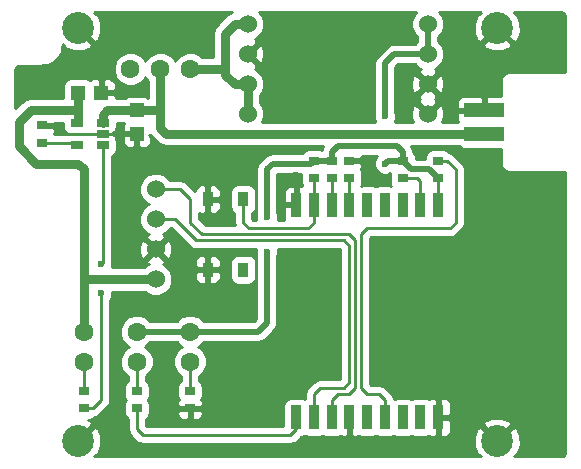
<source format=gtl>
G04 #@! TF.FileFunction,Copper,L1,Top,Signal*
%FSLAX46Y46*%
G04 Gerber Fmt 4.6, Leading zero omitted, Abs format (unit mm)*
G04 Created by KiCad (PCBNEW (2015-10-11 BZR 6260)-product) date 2015年11月29日日曜日 02:22:40*
%MOMM*%
G01*
G04 APERTURE LIST*
%ADD10C,0.100000*%
%ADD11R,1.150000X1.150000*%
%ADD12R,0.900000X0.650000*%
%ADD13C,1.600000*%
%ADD14C,1.524000*%
%ADD15R,1.060000X0.650000*%
%ADD16R,0.900000X2.000000*%
%ADD17R,0.900000X1.250000*%
%ADD18R,3.400000X1.200000*%
%ADD19C,2.700000*%
%ADD20C,0.600000*%
%ADD21C,0.800000*%
%ADD22C,0.250000*%
%ADD23C,0.400000*%
%ADD24C,0.500000*%
%ADD25C,0.254000*%
G04 APERTURE END LIST*
D10*
D11*
X128000000Y-93500000D03*
X130000000Y-93500000D03*
X133000000Y-95000000D03*
X133000000Y-97000000D03*
D12*
X155500000Y-99275000D03*
X155500000Y-100725000D03*
X158500000Y-100725000D03*
X158500000Y-99275000D03*
X149500000Y-99275000D03*
X149500000Y-100725000D03*
X151000000Y-100725000D03*
X151000000Y-99275000D03*
X148000000Y-99275000D03*
X148000000Y-100725000D03*
X128500000Y-118775000D03*
X128500000Y-120225000D03*
X137500000Y-118775000D03*
X137500000Y-120225000D03*
X133000000Y-118775000D03*
X133000000Y-120225000D03*
D13*
X132460000Y-91500000D03*
X135000000Y-91500000D03*
X137540000Y-91500000D03*
D14*
X134600000Y-109310000D03*
X134600000Y-106770000D03*
X134600000Y-104230000D03*
X134600000Y-101690000D03*
D15*
X130100000Y-97950000D03*
X130100000Y-97000000D03*
X130100000Y-96050000D03*
X127900000Y-96050000D03*
X127900000Y-97950000D03*
D16*
X158500000Y-103000000D03*
X157000000Y-103000000D03*
X155500000Y-103000000D03*
X154000000Y-103000000D03*
X152500000Y-103000000D03*
X151000000Y-103000000D03*
X149500000Y-103000000D03*
X148000000Y-103000000D03*
X146500000Y-103000000D03*
X146500000Y-121000000D03*
X148000000Y-121000000D03*
X149500000Y-121000000D03*
X151000000Y-121000000D03*
X152500000Y-121000000D03*
X154000000Y-121000000D03*
X155500000Y-121000000D03*
X157000000Y-121000000D03*
X158500000Y-121000000D03*
D14*
X142380000Y-87690000D03*
X142380000Y-90230000D03*
X142380000Y-92770000D03*
X142380000Y-95310000D03*
X157620000Y-95310000D03*
X157620000Y-92770000D03*
X157620000Y-90230000D03*
X157620000Y-87690000D03*
D12*
X125000000Y-96275000D03*
X125000000Y-97725000D03*
D13*
X133000000Y-116270000D03*
X133000000Y-113730000D03*
X137500000Y-116270000D03*
X137500000Y-113730000D03*
X128500000Y-116270000D03*
X128500000Y-113730000D03*
D17*
X142000000Y-102525000D03*
X142000000Y-108475000D03*
X139000000Y-102525000D03*
X139000000Y-108475000D03*
D18*
X162400000Y-95000000D03*
X162400000Y-97000000D03*
D19*
X128000000Y-88000000D03*
X163500000Y-88000000D03*
X163500000Y-123000000D03*
X128000000Y-123000000D03*
D20*
X146500000Y-100500000D03*
X137500000Y-121500000D03*
X151000000Y-123500000D03*
X152500000Y-99500000D03*
X154000000Y-99500000D03*
X154000000Y-95500000D03*
X144000000Y-104000000D03*
X144000000Y-107000000D03*
X130000000Y-110500000D03*
X130000000Y-108000000D03*
D21*
X128000000Y-95000000D02*
X124000000Y-95000000D01*
X128500000Y-100000000D02*
X128500000Y-109310000D01*
X128000000Y-99500000D02*
X128500000Y-100000000D01*
X124500000Y-99500000D02*
X128000000Y-99500000D01*
X123000000Y-98000000D02*
X124500000Y-99500000D01*
X123000000Y-96000000D02*
X123000000Y-98000000D01*
X124000000Y-95000000D02*
X123000000Y-96000000D01*
X128500000Y-113730000D02*
X128500000Y-109310000D01*
X128500000Y-109310000D02*
X128500000Y-109500000D01*
X128500000Y-109500000D02*
X128500000Y-109310000D01*
X134600000Y-109310000D02*
X128500000Y-109310000D01*
X128000000Y-93500000D02*
X128000000Y-95000000D01*
X128000000Y-95000000D02*
X128000000Y-95950000D01*
D22*
X128000000Y-95950000D02*
X127900000Y-96050000D01*
X130100000Y-97000000D02*
X133000000Y-97000000D01*
X125000000Y-96275000D02*
X125775000Y-96275000D01*
X126500000Y-97000000D02*
X130100000Y-97000000D01*
X125775000Y-96275000D02*
X126500000Y-97000000D01*
D23*
X146500000Y-103000000D02*
X146500000Y-100500000D01*
D22*
X137500000Y-120225000D02*
X137500000Y-121500000D01*
D23*
X151000000Y-121000000D02*
X151000000Y-123500000D01*
D24*
X151000000Y-99275000D02*
X152275000Y-99275000D01*
X152275000Y-99275000D02*
X152500000Y-99500000D01*
D21*
X162400000Y-97000000D02*
X135500000Y-97000000D01*
X135000000Y-96500000D02*
X135000000Y-95000000D01*
X135500000Y-97000000D02*
X135000000Y-96500000D01*
X133000000Y-95000000D02*
X135000000Y-95000000D01*
X130100000Y-96050000D02*
X130100000Y-95400000D01*
X130500000Y-95000000D02*
X133000000Y-95000000D01*
X130100000Y-95400000D02*
X130500000Y-95000000D01*
X135000000Y-91500000D02*
X135000000Y-95000000D01*
D22*
X128500000Y-118775000D02*
X128500000Y-116270000D01*
X137500000Y-118775000D02*
X137500000Y-116270000D01*
D24*
X157620000Y-90230000D02*
X154770000Y-90230000D01*
X154225000Y-99275000D02*
X155500000Y-99275000D01*
X154000000Y-99500000D02*
X154225000Y-99275000D01*
X154000000Y-91000000D02*
X154000000Y-95500000D01*
X154770000Y-90230000D02*
X154000000Y-91000000D01*
X149500000Y-99275000D02*
X149500000Y-98500000D01*
X149500000Y-98500000D02*
X150000000Y-98000000D01*
X150000000Y-98000000D02*
X155000000Y-98000000D01*
X155000000Y-98000000D02*
X155500000Y-98500000D01*
X155500000Y-98500000D02*
X155500000Y-99275000D01*
X137500000Y-113730000D02*
X143270000Y-113730000D01*
X144500000Y-99500000D02*
X147775000Y-99500000D01*
X144000000Y-100000000D02*
X144500000Y-99500000D01*
X144000000Y-104000000D02*
X144000000Y-100000000D01*
X144000000Y-113000000D02*
X144000000Y-107000000D01*
X143270000Y-113730000D02*
X144000000Y-113000000D01*
X147775000Y-99500000D02*
X148000000Y-99275000D01*
X157620000Y-90230000D02*
X157620000Y-87690000D01*
X155500000Y-99275000D02*
X156225000Y-100000000D01*
X156225000Y-100000000D02*
X157775000Y-100000000D01*
X157775000Y-100000000D02*
X158500000Y-100725000D01*
X148000000Y-99275000D02*
X149500000Y-99275000D01*
D22*
X158500000Y-100725000D02*
X158500000Y-103000000D01*
D24*
X133000000Y-113730000D02*
X137500000Y-113730000D01*
D22*
X133000000Y-118775000D02*
X133000000Y-116270000D01*
X125000000Y-97725000D02*
X127675000Y-97725000D01*
X127675000Y-97725000D02*
X127900000Y-97950000D01*
X155500000Y-100725000D02*
X156725000Y-100725000D01*
X157000000Y-101000000D02*
X157000000Y-103000000D01*
X156725000Y-100725000D02*
X157000000Y-101000000D01*
X158500000Y-99275000D02*
X159275000Y-99275000D01*
X154000000Y-119500000D02*
X154000000Y-121000000D01*
X153500000Y-119000000D02*
X154000000Y-119500000D01*
X152500000Y-119000000D02*
X153500000Y-119000000D01*
X152000000Y-118500000D02*
X152500000Y-119000000D01*
X152000000Y-105500000D02*
X152000000Y-118500000D01*
X152500000Y-105000000D02*
X152000000Y-105500000D01*
X159500000Y-105000000D02*
X152500000Y-105000000D01*
X160000000Y-104500000D02*
X159500000Y-105000000D01*
X160000000Y-100000000D02*
X160000000Y-104500000D01*
X159275000Y-99275000D02*
X160000000Y-100000000D01*
X158500000Y-99275000D02*
X158775000Y-99275000D01*
X149500000Y-100725000D02*
X149500000Y-103000000D01*
X151000000Y-100725000D02*
X151000000Y-103000000D01*
X148000000Y-103000000D02*
X148000000Y-104500000D01*
X142000000Y-104500000D02*
X142000000Y-102525000D01*
X142500000Y-105000000D02*
X142000000Y-104500000D01*
X147500000Y-105000000D02*
X142500000Y-105000000D01*
X148000000Y-104500000D02*
X147500000Y-105000000D01*
X148000000Y-100725000D02*
X148000000Y-102500000D01*
X130100000Y-97950000D02*
X130100000Y-107900000D01*
X129275000Y-120225000D02*
X128500000Y-120225000D01*
X130000000Y-119500000D02*
X129275000Y-120225000D01*
X130000000Y-110500000D02*
X130000000Y-119500000D01*
X130100000Y-107900000D02*
X130000000Y-108000000D01*
X133000000Y-120225000D02*
X133000000Y-122000000D01*
X146000000Y-122500000D02*
X146500000Y-122000000D01*
X133500000Y-122500000D02*
X146000000Y-122500000D01*
X133000000Y-122000000D02*
X133500000Y-122500000D01*
X146500000Y-122000000D02*
X146500000Y-121000000D01*
D21*
X142380000Y-92770000D02*
X141270000Y-92770000D01*
X140500000Y-92000000D02*
X140500000Y-91500000D01*
X141270000Y-92770000D02*
X140500000Y-92000000D01*
X140500000Y-91500000D02*
X140500000Y-88500000D01*
X140500000Y-88500000D02*
X141310000Y-87690000D01*
X141310000Y-87690000D02*
X142380000Y-87690000D01*
X137540000Y-91500000D02*
X140500000Y-91500000D01*
X142380000Y-92770000D02*
X142380000Y-95310000D01*
D22*
X134600000Y-104230000D02*
X136230000Y-104230000D01*
X148000000Y-119000000D02*
X148000000Y-121000000D01*
X148500000Y-118500000D02*
X148000000Y-119000000D01*
X150500000Y-118500000D02*
X148500000Y-118500000D01*
X151000000Y-118000000D02*
X150500000Y-118500000D01*
X151000000Y-106500000D02*
X151000000Y-118000000D01*
X150500000Y-106000000D02*
X151000000Y-106500000D01*
X138000000Y-106000000D02*
X150500000Y-106000000D01*
X136230000Y-104230000D02*
X138000000Y-106000000D01*
X134600000Y-104230000D02*
X134600000Y-104600000D01*
X134600000Y-104230000D02*
X134730000Y-104230000D01*
X134600000Y-101690000D02*
X136690000Y-101690000D01*
X149500000Y-119500000D02*
X149500000Y-121000000D01*
X150000000Y-119000000D02*
X149500000Y-119500000D01*
X151000000Y-119000000D02*
X150000000Y-119000000D01*
X151500000Y-118500000D02*
X151000000Y-119000000D01*
X151500000Y-106000000D02*
X151500000Y-118500000D01*
X151000000Y-105500000D02*
X151500000Y-106000000D01*
X138500000Y-105500000D02*
X151000000Y-105500000D01*
X137500000Y-104500000D02*
X138500000Y-105500000D01*
X137500000Y-102500000D02*
X137500000Y-104500000D01*
X136690000Y-101690000D02*
X137500000Y-102500000D01*
X134600000Y-101690000D02*
X134690000Y-101690000D01*
D25*
G36*
X131886673Y-96065302D02*
X131790000Y-96298691D01*
X131790000Y-96714250D01*
X131948750Y-96873000D01*
X132873000Y-96873000D01*
X132873000Y-96853000D01*
X133127000Y-96853000D01*
X133127000Y-96873000D01*
X133147000Y-96873000D01*
X133147000Y-97127000D01*
X133127000Y-97127000D01*
X133127000Y-98051250D01*
X133285750Y-98210000D01*
X133701310Y-98210000D01*
X133934699Y-98113327D01*
X134113327Y-97934698D01*
X134210000Y-97701309D01*
X134210000Y-97285750D01*
X134051252Y-97127002D01*
X134198083Y-97127002D01*
X134268144Y-97231856D01*
X134768142Y-97731853D01*
X134768144Y-97731856D01*
X134981193Y-97874210D01*
X135103923Y-97956215D01*
X135500000Y-98035001D01*
X135500005Y-98035000D01*
X148766774Y-98035000D01*
X148682367Y-98161325D01*
X148682367Y-98161326D01*
X148646363Y-98342325D01*
X148450000Y-98302560D01*
X147550000Y-98302560D01*
X147314683Y-98346838D01*
X147098559Y-98485910D01*
X147010356Y-98615000D01*
X144500005Y-98615000D01*
X144500000Y-98614999D01*
X144217516Y-98671190D01*
X144161325Y-98682367D01*
X143874210Y-98874210D01*
X143874208Y-98874213D01*
X143374210Y-99374210D01*
X143182367Y-99661325D01*
X143182367Y-99661326D01*
X143114999Y-100000000D01*
X143115000Y-100000005D01*
X143115000Y-103693178D01*
X143065162Y-103813201D01*
X143064838Y-104185167D01*
X143087494Y-104240000D01*
X142814802Y-104240000D01*
X142760000Y-104185198D01*
X142760000Y-103705105D01*
X142901441Y-103614090D01*
X143046431Y-103401890D01*
X143097440Y-103150000D01*
X143097440Y-101900000D01*
X143053162Y-101664683D01*
X142914090Y-101448559D01*
X142701890Y-101303569D01*
X142450000Y-101252560D01*
X141550000Y-101252560D01*
X141314683Y-101296838D01*
X141098559Y-101435910D01*
X140953569Y-101648110D01*
X140902560Y-101900000D01*
X140902560Y-103150000D01*
X140946838Y-103385317D01*
X141085910Y-103601441D01*
X141240000Y-103706726D01*
X141240000Y-104500000D01*
X141287739Y-104740000D01*
X138814802Y-104740000D01*
X138260000Y-104185198D01*
X138260000Y-103717197D01*
X138423690Y-103785000D01*
X138714250Y-103785000D01*
X138873000Y-103626250D01*
X138873000Y-102652000D01*
X139127000Y-102652000D01*
X139127000Y-103626250D01*
X139285750Y-103785000D01*
X139576310Y-103785000D01*
X139809699Y-103688327D01*
X139988327Y-103509698D01*
X140085000Y-103276309D01*
X140085000Y-102810750D01*
X139926250Y-102652000D01*
X139127000Y-102652000D01*
X138873000Y-102652000D01*
X138853000Y-102652000D01*
X138853000Y-102398000D01*
X138873000Y-102398000D01*
X138873000Y-101423750D01*
X139127000Y-101423750D01*
X139127000Y-102398000D01*
X139926250Y-102398000D01*
X140085000Y-102239250D01*
X140085000Y-101773691D01*
X139988327Y-101540302D01*
X139809699Y-101361673D01*
X139576310Y-101265000D01*
X139285750Y-101265000D01*
X139127000Y-101423750D01*
X138873000Y-101423750D01*
X138714250Y-101265000D01*
X138423690Y-101265000D01*
X138190301Y-101361673D01*
X138011673Y-101540302D01*
X137915000Y-101773691D01*
X137915000Y-101840198D01*
X137227401Y-101152599D01*
X136980839Y-100987852D01*
X136690000Y-100930000D01*
X135797531Y-100930000D01*
X135785010Y-100899697D01*
X135392370Y-100506371D01*
X134879100Y-100293243D01*
X134323339Y-100292758D01*
X133809697Y-100504990D01*
X133416371Y-100897630D01*
X133203243Y-101410900D01*
X133202758Y-101966661D01*
X133414990Y-102480303D01*
X133807630Y-102873629D01*
X134015512Y-102959949D01*
X133809697Y-103044990D01*
X133416371Y-103437630D01*
X133203243Y-103950900D01*
X133202758Y-104506661D01*
X133414990Y-105020303D01*
X133807630Y-105413629D01*
X133999727Y-105493395D01*
X133868857Y-105547603D01*
X133799392Y-105789787D01*
X134600000Y-106590395D01*
X135400608Y-105789787D01*
X135331143Y-105547603D01*
X135190682Y-105497491D01*
X135390303Y-105415010D01*
X135783629Y-105022370D01*
X135797070Y-104990000D01*
X135915198Y-104990000D01*
X137462599Y-106537401D01*
X137709161Y-106702148D01*
X138000000Y-106760000D01*
X143087253Y-106760000D01*
X143065162Y-106813201D01*
X143064838Y-107185167D01*
X143115000Y-107306569D01*
X143115000Y-112633421D01*
X142903420Y-112845000D01*
X138644171Y-112845000D01*
X138313923Y-112514176D01*
X137786691Y-112295250D01*
X137215813Y-112294752D01*
X136688200Y-112512757D01*
X136355377Y-112845000D01*
X134144171Y-112845000D01*
X133813923Y-112514176D01*
X133286691Y-112295250D01*
X132715813Y-112294752D01*
X132188200Y-112512757D01*
X131784176Y-112916077D01*
X131565250Y-113443309D01*
X131564752Y-114014187D01*
X131782757Y-114541800D01*
X132186077Y-114945824D01*
X132316215Y-114999862D01*
X132188200Y-115052757D01*
X131784176Y-115456077D01*
X131565250Y-115983309D01*
X131564752Y-116554187D01*
X131782757Y-117081800D01*
X132186077Y-117485824D01*
X132240000Y-117508215D01*
X132240000Y-117894895D01*
X132098559Y-117985910D01*
X131953569Y-118198110D01*
X131902560Y-118450000D01*
X131902560Y-119100000D01*
X131946838Y-119335317D01*
X132053759Y-119501477D01*
X131953569Y-119648110D01*
X131902560Y-119900000D01*
X131902560Y-120550000D01*
X131946838Y-120785317D01*
X132085910Y-121001441D01*
X132240000Y-121106726D01*
X132240000Y-122000000D01*
X132297852Y-122290839D01*
X132462599Y-122537401D01*
X132962599Y-123037401D01*
X133209161Y-123202148D01*
X133500000Y-123260000D01*
X146000000Y-123260000D01*
X146290839Y-123202148D01*
X146537401Y-123037401D01*
X146927362Y-122647440D01*
X146950000Y-122647440D01*
X147185317Y-122603162D01*
X147248478Y-122562519D01*
X147298110Y-122596431D01*
X147550000Y-122647440D01*
X148450000Y-122647440D01*
X148685317Y-122603162D01*
X148748478Y-122562519D01*
X148798110Y-122596431D01*
X149050000Y-122647440D01*
X149950000Y-122647440D01*
X150185317Y-122603162D01*
X150248567Y-122562462D01*
X150423690Y-122635000D01*
X150714250Y-122635000D01*
X150873000Y-122476250D01*
X150873000Y-121127000D01*
X150853000Y-121127000D01*
X150853000Y-120873000D01*
X150873000Y-120873000D01*
X150873000Y-120853000D01*
X151127000Y-120853000D01*
X151127000Y-120873000D01*
X151147000Y-120873000D01*
X151147000Y-121127000D01*
X151127000Y-121127000D01*
X151127000Y-122476250D01*
X151285750Y-122635000D01*
X151576310Y-122635000D01*
X151749541Y-122563245D01*
X151798110Y-122596431D01*
X152050000Y-122647440D01*
X152950000Y-122647440D01*
X153185317Y-122603162D01*
X153248478Y-122562519D01*
X153298110Y-122596431D01*
X153550000Y-122647440D01*
X154450000Y-122647440D01*
X154685317Y-122603162D01*
X154748478Y-122562519D01*
X154798110Y-122596431D01*
X155050000Y-122647440D01*
X155950000Y-122647440D01*
X156185317Y-122603162D01*
X156248478Y-122562519D01*
X156298110Y-122596431D01*
X156550000Y-122647440D01*
X157450000Y-122647440D01*
X157685317Y-122603162D01*
X157748567Y-122562462D01*
X157923690Y-122635000D01*
X158214250Y-122635000D01*
X158373000Y-122476250D01*
X158373000Y-121127000D01*
X158627000Y-121127000D01*
X158627000Y-122476250D01*
X158785750Y-122635000D01*
X159076310Y-122635000D01*
X159309699Y-122538327D01*
X159488327Y-122359698D01*
X159585000Y-122126309D01*
X159585000Y-121594407D01*
X162274012Y-121594407D01*
X163500000Y-122820395D01*
X164725988Y-121594407D01*
X164584522Y-121291218D01*
X163848045Y-121006263D01*
X163058582Y-121024836D01*
X162415478Y-121291218D01*
X162274012Y-121594407D01*
X159585000Y-121594407D01*
X159585000Y-121285750D01*
X159426250Y-121127000D01*
X158627000Y-121127000D01*
X158373000Y-121127000D01*
X158353000Y-121127000D01*
X158353000Y-120873000D01*
X158373000Y-120873000D01*
X158373000Y-119523750D01*
X158627000Y-119523750D01*
X158627000Y-120873000D01*
X159426250Y-120873000D01*
X159585000Y-120714250D01*
X159585000Y-119873691D01*
X159488327Y-119640302D01*
X159309699Y-119461673D01*
X159076310Y-119365000D01*
X158785750Y-119365000D01*
X158627000Y-119523750D01*
X158373000Y-119523750D01*
X158214250Y-119365000D01*
X157923690Y-119365000D01*
X157750459Y-119436755D01*
X157701890Y-119403569D01*
X157450000Y-119352560D01*
X156550000Y-119352560D01*
X156314683Y-119396838D01*
X156251522Y-119437481D01*
X156201890Y-119403569D01*
X155950000Y-119352560D01*
X155050000Y-119352560D01*
X154814683Y-119396838D01*
X154751522Y-119437481D01*
X154746942Y-119434351D01*
X154702148Y-119209161D01*
X154537401Y-118962599D01*
X154037401Y-118462599D01*
X153790839Y-118297852D01*
X153500000Y-118240000D01*
X152814802Y-118240000D01*
X152760000Y-118185198D01*
X152760000Y-105814802D01*
X152814802Y-105760000D01*
X159500000Y-105760000D01*
X159790839Y-105702148D01*
X160037401Y-105537401D01*
X160537401Y-105037401D01*
X160702148Y-104790839D01*
X160760000Y-104500000D01*
X160760000Y-100000000D01*
X160702148Y-99709161D01*
X160537401Y-99462599D01*
X159812401Y-98737599D01*
X159565839Y-98572852D01*
X159446639Y-98549141D01*
X159414090Y-98498559D01*
X159201890Y-98353569D01*
X158950000Y-98302560D01*
X158050000Y-98302560D01*
X157814683Y-98346838D01*
X157598559Y-98485910D01*
X157453569Y-98698110D01*
X157402560Y-98950000D01*
X157402560Y-99115000D01*
X156597440Y-99115000D01*
X156597440Y-98950000D01*
X156553162Y-98714683D01*
X156414090Y-98498559D01*
X156380094Y-98475330D01*
X156317633Y-98161326D01*
X156317633Y-98161325D01*
X156233226Y-98035000D01*
X160225331Y-98035000D01*
X160235910Y-98051441D01*
X160448110Y-98196431D01*
X160700000Y-98247440D01*
X163790000Y-98247440D01*
X163790000Y-99500000D01*
X163844046Y-99771705D01*
X163997954Y-100002046D01*
X164228295Y-100155954D01*
X164500000Y-100210000D01*
X169290000Y-100210000D01*
X169290000Y-123930070D01*
X169255074Y-124105655D01*
X169195225Y-124195226D01*
X169105655Y-124255074D01*
X168930070Y-124290000D01*
X164969608Y-124290000D01*
X164905595Y-124225987D01*
X165208782Y-124084522D01*
X165493737Y-123348045D01*
X165475164Y-122558582D01*
X165208782Y-121915478D01*
X164905593Y-121774012D01*
X163679605Y-123000000D01*
X163693748Y-123014143D01*
X163514143Y-123193748D01*
X163500000Y-123179605D01*
X163485858Y-123193748D01*
X163306253Y-123014143D01*
X163320395Y-123000000D01*
X162094407Y-121774012D01*
X161791218Y-121915478D01*
X161506263Y-122651955D01*
X161524836Y-123441418D01*
X161791218Y-124084522D01*
X162094405Y-124225987D01*
X162030392Y-124290000D01*
X129469608Y-124290000D01*
X129405595Y-124225987D01*
X129708782Y-124084522D01*
X129993737Y-123348045D01*
X129975164Y-122558582D01*
X129708782Y-121915478D01*
X129405593Y-121774012D01*
X128179605Y-123000000D01*
X128193748Y-123014143D01*
X128014143Y-123193748D01*
X128000000Y-123179605D01*
X127985858Y-123193748D01*
X127806253Y-123014143D01*
X127820395Y-123000000D01*
X127806253Y-122985858D01*
X127985858Y-122806253D01*
X128000000Y-122820395D01*
X129225988Y-121594407D01*
X129084522Y-121291218D01*
X128842149Y-121197440D01*
X128950000Y-121197440D01*
X129185317Y-121153162D01*
X129401441Y-121014090D01*
X129444332Y-120951318D01*
X129565839Y-120927148D01*
X129812401Y-120762401D01*
X130537401Y-120037401D01*
X130702148Y-119790839D01*
X130760000Y-119500000D01*
X130760000Y-111062463D01*
X130792192Y-111030327D01*
X130934838Y-110686799D01*
X130935136Y-110345000D01*
X133659260Y-110345000D01*
X133807630Y-110493629D01*
X134320900Y-110706757D01*
X134876661Y-110707242D01*
X135390303Y-110495010D01*
X135783629Y-110102370D01*
X135996757Y-109589100D01*
X135997242Y-109033339D01*
X135884611Y-108760750D01*
X137915000Y-108760750D01*
X137915000Y-109226309D01*
X138011673Y-109459698D01*
X138190301Y-109638327D01*
X138423690Y-109735000D01*
X138714250Y-109735000D01*
X138873000Y-109576250D01*
X138873000Y-108602000D01*
X139127000Y-108602000D01*
X139127000Y-109576250D01*
X139285750Y-109735000D01*
X139576310Y-109735000D01*
X139809699Y-109638327D01*
X139988327Y-109459698D01*
X140085000Y-109226309D01*
X140085000Y-108760750D01*
X139926250Y-108602000D01*
X139127000Y-108602000D01*
X138873000Y-108602000D01*
X138073750Y-108602000D01*
X137915000Y-108760750D01*
X135884611Y-108760750D01*
X135785010Y-108519697D01*
X135392370Y-108126371D01*
X135200273Y-108046605D01*
X135331143Y-107992397D01*
X135400608Y-107750213D01*
X135374086Y-107723691D01*
X137915000Y-107723691D01*
X137915000Y-108189250D01*
X138073750Y-108348000D01*
X138873000Y-108348000D01*
X138873000Y-107373750D01*
X139127000Y-107373750D01*
X139127000Y-108348000D01*
X139926250Y-108348000D01*
X140085000Y-108189250D01*
X140085000Y-107850000D01*
X140902560Y-107850000D01*
X140902560Y-109100000D01*
X140946838Y-109335317D01*
X141085910Y-109551441D01*
X141298110Y-109696431D01*
X141550000Y-109747440D01*
X142450000Y-109747440D01*
X142685317Y-109703162D01*
X142901441Y-109564090D01*
X143046431Y-109351890D01*
X143097440Y-109100000D01*
X143097440Y-107850000D01*
X143053162Y-107614683D01*
X142914090Y-107398559D01*
X142701890Y-107253569D01*
X142450000Y-107202560D01*
X141550000Y-107202560D01*
X141314683Y-107246838D01*
X141098559Y-107385910D01*
X140953569Y-107598110D01*
X140902560Y-107850000D01*
X140085000Y-107850000D01*
X140085000Y-107723691D01*
X139988327Y-107490302D01*
X139809699Y-107311673D01*
X139576310Y-107215000D01*
X139285750Y-107215000D01*
X139127000Y-107373750D01*
X138873000Y-107373750D01*
X138714250Y-107215000D01*
X138423690Y-107215000D01*
X138190301Y-107311673D01*
X138011673Y-107490302D01*
X137915000Y-107723691D01*
X135374086Y-107723691D01*
X134600000Y-106949605D01*
X133799392Y-107750213D01*
X133868857Y-107992397D01*
X134009318Y-108042509D01*
X133809697Y-108124990D01*
X133659425Y-108275000D01*
X130898214Y-108275000D01*
X130934838Y-108186799D01*
X130935162Y-107814833D01*
X130860000Y-107632927D01*
X130860000Y-106562302D01*
X133190856Y-106562302D01*
X133218638Y-107117368D01*
X133377603Y-107501143D01*
X133619787Y-107570608D01*
X134420395Y-106770000D01*
X134779605Y-106770000D01*
X135580213Y-107570608D01*
X135822397Y-107501143D01*
X136009144Y-106977698D01*
X135981362Y-106422632D01*
X135822397Y-106038857D01*
X135580213Y-105969392D01*
X134779605Y-106770000D01*
X134420395Y-106770000D01*
X133619787Y-105969392D01*
X133377603Y-106038857D01*
X133190856Y-106562302D01*
X130860000Y-106562302D01*
X130860000Y-98879162D01*
X130865317Y-98878162D01*
X131081441Y-98739090D01*
X131226431Y-98526890D01*
X131277440Y-98275000D01*
X131277440Y-97625000D01*
X131251081Y-97484914D01*
X131265000Y-97451310D01*
X131265000Y-97285750D01*
X131790000Y-97285750D01*
X131790000Y-97701309D01*
X131886673Y-97934698D01*
X132065301Y-98113327D01*
X132298690Y-98210000D01*
X132714250Y-98210000D01*
X132873000Y-98051250D01*
X132873000Y-97127000D01*
X131948750Y-97127000D01*
X131790000Y-97285750D01*
X131265000Y-97285750D01*
X131106250Y-97127000D01*
X131025949Y-97127000D01*
X130881890Y-97028569D01*
X130744880Y-97000824D01*
X130865317Y-96978162D01*
X131028743Y-96873000D01*
X131106250Y-96873000D01*
X131265000Y-96714250D01*
X131265000Y-96548690D01*
X131249732Y-96511829D01*
X131277440Y-96375000D01*
X131277440Y-96035000D01*
X131916975Y-96035000D01*
X131886673Y-96065302D01*
X131886673Y-96065302D01*
G37*
X131886673Y-96065302D02*
X131790000Y-96298691D01*
X131790000Y-96714250D01*
X131948750Y-96873000D01*
X132873000Y-96873000D01*
X132873000Y-96853000D01*
X133127000Y-96853000D01*
X133127000Y-96873000D01*
X133147000Y-96873000D01*
X133147000Y-97127000D01*
X133127000Y-97127000D01*
X133127000Y-98051250D01*
X133285750Y-98210000D01*
X133701310Y-98210000D01*
X133934699Y-98113327D01*
X134113327Y-97934698D01*
X134210000Y-97701309D01*
X134210000Y-97285750D01*
X134051252Y-97127002D01*
X134198083Y-97127002D01*
X134268144Y-97231856D01*
X134768142Y-97731853D01*
X134768144Y-97731856D01*
X134981193Y-97874210D01*
X135103923Y-97956215D01*
X135500000Y-98035001D01*
X135500005Y-98035000D01*
X148766774Y-98035000D01*
X148682367Y-98161325D01*
X148682367Y-98161326D01*
X148646363Y-98342325D01*
X148450000Y-98302560D01*
X147550000Y-98302560D01*
X147314683Y-98346838D01*
X147098559Y-98485910D01*
X147010356Y-98615000D01*
X144500005Y-98615000D01*
X144500000Y-98614999D01*
X144217516Y-98671190D01*
X144161325Y-98682367D01*
X143874210Y-98874210D01*
X143874208Y-98874213D01*
X143374210Y-99374210D01*
X143182367Y-99661325D01*
X143182367Y-99661326D01*
X143114999Y-100000000D01*
X143115000Y-100000005D01*
X143115000Y-103693178D01*
X143065162Y-103813201D01*
X143064838Y-104185167D01*
X143087494Y-104240000D01*
X142814802Y-104240000D01*
X142760000Y-104185198D01*
X142760000Y-103705105D01*
X142901441Y-103614090D01*
X143046431Y-103401890D01*
X143097440Y-103150000D01*
X143097440Y-101900000D01*
X143053162Y-101664683D01*
X142914090Y-101448559D01*
X142701890Y-101303569D01*
X142450000Y-101252560D01*
X141550000Y-101252560D01*
X141314683Y-101296838D01*
X141098559Y-101435910D01*
X140953569Y-101648110D01*
X140902560Y-101900000D01*
X140902560Y-103150000D01*
X140946838Y-103385317D01*
X141085910Y-103601441D01*
X141240000Y-103706726D01*
X141240000Y-104500000D01*
X141287739Y-104740000D01*
X138814802Y-104740000D01*
X138260000Y-104185198D01*
X138260000Y-103717197D01*
X138423690Y-103785000D01*
X138714250Y-103785000D01*
X138873000Y-103626250D01*
X138873000Y-102652000D01*
X139127000Y-102652000D01*
X139127000Y-103626250D01*
X139285750Y-103785000D01*
X139576310Y-103785000D01*
X139809699Y-103688327D01*
X139988327Y-103509698D01*
X140085000Y-103276309D01*
X140085000Y-102810750D01*
X139926250Y-102652000D01*
X139127000Y-102652000D01*
X138873000Y-102652000D01*
X138853000Y-102652000D01*
X138853000Y-102398000D01*
X138873000Y-102398000D01*
X138873000Y-101423750D01*
X139127000Y-101423750D01*
X139127000Y-102398000D01*
X139926250Y-102398000D01*
X140085000Y-102239250D01*
X140085000Y-101773691D01*
X139988327Y-101540302D01*
X139809699Y-101361673D01*
X139576310Y-101265000D01*
X139285750Y-101265000D01*
X139127000Y-101423750D01*
X138873000Y-101423750D01*
X138714250Y-101265000D01*
X138423690Y-101265000D01*
X138190301Y-101361673D01*
X138011673Y-101540302D01*
X137915000Y-101773691D01*
X137915000Y-101840198D01*
X137227401Y-101152599D01*
X136980839Y-100987852D01*
X136690000Y-100930000D01*
X135797531Y-100930000D01*
X135785010Y-100899697D01*
X135392370Y-100506371D01*
X134879100Y-100293243D01*
X134323339Y-100292758D01*
X133809697Y-100504990D01*
X133416371Y-100897630D01*
X133203243Y-101410900D01*
X133202758Y-101966661D01*
X133414990Y-102480303D01*
X133807630Y-102873629D01*
X134015512Y-102959949D01*
X133809697Y-103044990D01*
X133416371Y-103437630D01*
X133203243Y-103950900D01*
X133202758Y-104506661D01*
X133414990Y-105020303D01*
X133807630Y-105413629D01*
X133999727Y-105493395D01*
X133868857Y-105547603D01*
X133799392Y-105789787D01*
X134600000Y-106590395D01*
X135400608Y-105789787D01*
X135331143Y-105547603D01*
X135190682Y-105497491D01*
X135390303Y-105415010D01*
X135783629Y-105022370D01*
X135797070Y-104990000D01*
X135915198Y-104990000D01*
X137462599Y-106537401D01*
X137709161Y-106702148D01*
X138000000Y-106760000D01*
X143087253Y-106760000D01*
X143065162Y-106813201D01*
X143064838Y-107185167D01*
X143115000Y-107306569D01*
X143115000Y-112633421D01*
X142903420Y-112845000D01*
X138644171Y-112845000D01*
X138313923Y-112514176D01*
X137786691Y-112295250D01*
X137215813Y-112294752D01*
X136688200Y-112512757D01*
X136355377Y-112845000D01*
X134144171Y-112845000D01*
X133813923Y-112514176D01*
X133286691Y-112295250D01*
X132715813Y-112294752D01*
X132188200Y-112512757D01*
X131784176Y-112916077D01*
X131565250Y-113443309D01*
X131564752Y-114014187D01*
X131782757Y-114541800D01*
X132186077Y-114945824D01*
X132316215Y-114999862D01*
X132188200Y-115052757D01*
X131784176Y-115456077D01*
X131565250Y-115983309D01*
X131564752Y-116554187D01*
X131782757Y-117081800D01*
X132186077Y-117485824D01*
X132240000Y-117508215D01*
X132240000Y-117894895D01*
X132098559Y-117985910D01*
X131953569Y-118198110D01*
X131902560Y-118450000D01*
X131902560Y-119100000D01*
X131946838Y-119335317D01*
X132053759Y-119501477D01*
X131953569Y-119648110D01*
X131902560Y-119900000D01*
X131902560Y-120550000D01*
X131946838Y-120785317D01*
X132085910Y-121001441D01*
X132240000Y-121106726D01*
X132240000Y-122000000D01*
X132297852Y-122290839D01*
X132462599Y-122537401D01*
X132962599Y-123037401D01*
X133209161Y-123202148D01*
X133500000Y-123260000D01*
X146000000Y-123260000D01*
X146290839Y-123202148D01*
X146537401Y-123037401D01*
X146927362Y-122647440D01*
X146950000Y-122647440D01*
X147185317Y-122603162D01*
X147248478Y-122562519D01*
X147298110Y-122596431D01*
X147550000Y-122647440D01*
X148450000Y-122647440D01*
X148685317Y-122603162D01*
X148748478Y-122562519D01*
X148798110Y-122596431D01*
X149050000Y-122647440D01*
X149950000Y-122647440D01*
X150185317Y-122603162D01*
X150248567Y-122562462D01*
X150423690Y-122635000D01*
X150714250Y-122635000D01*
X150873000Y-122476250D01*
X150873000Y-121127000D01*
X150853000Y-121127000D01*
X150853000Y-120873000D01*
X150873000Y-120873000D01*
X150873000Y-120853000D01*
X151127000Y-120853000D01*
X151127000Y-120873000D01*
X151147000Y-120873000D01*
X151147000Y-121127000D01*
X151127000Y-121127000D01*
X151127000Y-122476250D01*
X151285750Y-122635000D01*
X151576310Y-122635000D01*
X151749541Y-122563245D01*
X151798110Y-122596431D01*
X152050000Y-122647440D01*
X152950000Y-122647440D01*
X153185317Y-122603162D01*
X153248478Y-122562519D01*
X153298110Y-122596431D01*
X153550000Y-122647440D01*
X154450000Y-122647440D01*
X154685317Y-122603162D01*
X154748478Y-122562519D01*
X154798110Y-122596431D01*
X155050000Y-122647440D01*
X155950000Y-122647440D01*
X156185317Y-122603162D01*
X156248478Y-122562519D01*
X156298110Y-122596431D01*
X156550000Y-122647440D01*
X157450000Y-122647440D01*
X157685317Y-122603162D01*
X157748567Y-122562462D01*
X157923690Y-122635000D01*
X158214250Y-122635000D01*
X158373000Y-122476250D01*
X158373000Y-121127000D01*
X158627000Y-121127000D01*
X158627000Y-122476250D01*
X158785750Y-122635000D01*
X159076310Y-122635000D01*
X159309699Y-122538327D01*
X159488327Y-122359698D01*
X159585000Y-122126309D01*
X159585000Y-121594407D01*
X162274012Y-121594407D01*
X163500000Y-122820395D01*
X164725988Y-121594407D01*
X164584522Y-121291218D01*
X163848045Y-121006263D01*
X163058582Y-121024836D01*
X162415478Y-121291218D01*
X162274012Y-121594407D01*
X159585000Y-121594407D01*
X159585000Y-121285750D01*
X159426250Y-121127000D01*
X158627000Y-121127000D01*
X158373000Y-121127000D01*
X158353000Y-121127000D01*
X158353000Y-120873000D01*
X158373000Y-120873000D01*
X158373000Y-119523750D01*
X158627000Y-119523750D01*
X158627000Y-120873000D01*
X159426250Y-120873000D01*
X159585000Y-120714250D01*
X159585000Y-119873691D01*
X159488327Y-119640302D01*
X159309699Y-119461673D01*
X159076310Y-119365000D01*
X158785750Y-119365000D01*
X158627000Y-119523750D01*
X158373000Y-119523750D01*
X158214250Y-119365000D01*
X157923690Y-119365000D01*
X157750459Y-119436755D01*
X157701890Y-119403569D01*
X157450000Y-119352560D01*
X156550000Y-119352560D01*
X156314683Y-119396838D01*
X156251522Y-119437481D01*
X156201890Y-119403569D01*
X155950000Y-119352560D01*
X155050000Y-119352560D01*
X154814683Y-119396838D01*
X154751522Y-119437481D01*
X154746942Y-119434351D01*
X154702148Y-119209161D01*
X154537401Y-118962599D01*
X154037401Y-118462599D01*
X153790839Y-118297852D01*
X153500000Y-118240000D01*
X152814802Y-118240000D01*
X152760000Y-118185198D01*
X152760000Y-105814802D01*
X152814802Y-105760000D01*
X159500000Y-105760000D01*
X159790839Y-105702148D01*
X160037401Y-105537401D01*
X160537401Y-105037401D01*
X160702148Y-104790839D01*
X160760000Y-104500000D01*
X160760000Y-100000000D01*
X160702148Y-99709161D01*
X160537401Y-99462599D01*
X159812401Y-98737599D01*
X159565839Y-98572852D01*
X159446639Y-98549141D01*
X159414090Y-98498559D01*
X159201890Y-98353569D01*
X158950000Y-98302560D01*
X158050000Y-98302560D01*
X157814683Y-98346838D01*
X157598559Y-98485910D01*
X157453569Y-98698110D01*
X157402560Y-98950000D01*
X157402560Y-99115000D01*
X156597440Y-99115000D01*
X156597440Y-98950000D01*
X156553162Y-98714683D01*
X156414090Y-98498559D01*
X156380094Y-98475330D01*
X156317633Y-98161326D01*
X156317633Y-98161325D01*
X156233226Y-98035000D01*
X160225331Y-98035000D01*
X160235910Y-98051441D01*
X160448110Y-98196431D01*
X160700000Y-98247440D01*
X163790000Y-98247440D01*
X163790000Y-99500000D01*
X163844046Y-99771705D01*
X163997954Y-100002046D01*
X164228295Y-100155954D01*
X164500000Y-100210000D01*
X169290000Y-100210000D01*
X169290000Y-123930070D01*
X169255074Y-124105655D01*
X169195225Y-124195226D01*
X169105655Y-124255074D01*
X168930070Y-124290000D01*
X164969608Y-124290000D01*
X164905595Y-124225987D01*
X165208782Y-124084522D01*
X165493737Y-123348045D01*
X165475164Y-122558582D01*
X165208782Y-121915478D01*
X164905593Y-121774012D01*
X163679605Y-123000000D01*
X163693748Y-123014143D01*
X163514143Y-123193748D01*
X163500000Y-123179605D01*
X163485858Y-123193748D01*
X163306253Y-123014143D01*
X163320395Y-123000000D01*
X162094407Y-121774012D01*
X161791218Y-121915478D01*
X161506263Y-122651955D01*
X161524836Y-123441418D01*
X161791218Y-124084522D01*
X162094405Y-124225987D01*
X162030392Y-124290000D01*
X129469608Y-124290000D01*
X129405595Y-124225987D01*
X129708782Y-124084522D01*
X129993737Y-123348045D01*
X129975164Y-122558582D01*
X129708782Y-121915478D01*
X129405593Y-121774012D01*
X128179605Y-123000000D01*
X128193748Y-123014143D01*
X128014143Y-123193748D01*
X128000000Y-123179605D01*
X127985858Y-123193748D01*
X127806253Y-123014143D01*
X127820395Y-123000000D01*
X127806253Y-122985858D01*
X127985858Y-122806253D01*
X128000000Y-122820395D01*
X129225988Y-121594407D01*
X129084522Y-121291218D01*
X128842149Y-121197440D01*
X128950000Y-121197440D01*
X129185317Y-121153162D01*
X129401441Y-121014090D01*
X129444332Y-120951318D01*
X129565839Y-120927148D01*
X129812401Y-120762401D01*
X130537401Y-120037401D01*
X130702148Y-119790839D01*
X130760000Y-119500000D01*
X130760000Y-111062463D01*
X130792192Y-111030327D01*
X130934838Y-110686799D01*
X130935136Y-110345000D01*
X133659260Y-110345000D01*
X133807630Y-110493629D01*
X134320900Y-110706757D01*
X134876661Y-110707242D01*
X135390303Y-110495010D01*
X135783629Y-110102370D01*
X135996757Y-109589100D01*
X135997242Y-109033339D01*
X135884611Y-108760750D01*
X137915000Y-108760750D01*
X137915000Y-109226309D01*
X138011673Y-109459698D01*
X138190301Y-109638327D01*
X138423690Y-109735000D01*
X138714250Y-109735000D01*
X138873000Y-109576250D01*
X138873000Y-108602000D01*
X139127000Y-108602000D01*
X139127000Y-109576250D01*
X139285750Y-109735000D01*
X139576310Y-109735000D01*
X139809699Y-109638327D01*
X139988327Y-109459698D01*
X140085000Y-109226309D01*
X140085000Y-108760750D01*
X139926250Y-108602000D01*
X139127000Y-108602000D01*
X138873000Y-108602000D01*
X138073750Y-108602000D01*
X137915000Y-108760750D01*
X135884611Y-108760750D01*
X135785010Y-108519697D01*
X135392370Y-108126371D01*
X135200273Y-108046605D01*
X135331143Y-107992397D01*
X135400608Y-107750213D01*
X135374086Y-107723691D01*
X137915000Y-107723691D01*
X137915000Y-108189250D01*
X138073750Y-108348000D01*
X138873000Y-108348000D01*
X138873000Y-107373750D01*
X139127000Y-107373750D01*
X139127000Y-108348000D01*
X139926250Y-108348000D01*
X140085000Y-108189250D01*
X140085000Y-107850000D01*
X140902560Y-107850000D01*
X140902560Y-109100000D01*
X140946838Y-109335317D01*
X141085910Y-109551441D01*
X141298110Y-109696431D01*
X141550000Y-109747440D01*
X142450000Y-109747440D01*
X142685317Y-109703162D01*
X142901441Y-109564090D01*
X143046431Y-109351890D01*
X143097440Y-109100000D01*
X143097440Y-107850000D01*
X143053162Y-107614683D01*
X142914090Y-107398559D01*
X142701890Y-107253569D01*
X142450000Y-107202560D01*
X141550000Y-107202560D01*
X141314683Y-107246838D01*
X141098559Y-107385910D01*
X140953569Y-107598110D01*
X140902560Y-107850000D01*
X140085000Y-107850000D01*
X140085000Y-107723691D01*
X139988327Y-107490302D01*
X139809699Y-107311673D01*
X139576310Y-107215000D01*
X139285750Y-107215000D01*
X139127000Y-107373750D01*
X138873000Y-107373750D01*
X138714250Y-107215000D01*
X138423690Y-107215000D01*
X138190301Y-107311673D01*
X138011673Y-107490302D01*
X137915000Y-107723691D01*
X135374086Y-107723691D01*
X134600000Y-106949605D01*
X133799392Y-107750213D01*
X133868857Y-107992397D01*
X134009318Y-108042509D01*
X133809697Y-108124990D01*
X133659425Y-108275000D01*
X130898214Y-108275000D01*
X130934838Y-108186799D01*
X130935162Y-107814833D01*
X130860000Y-107632927D01*
X130860000Y-106562302D01*
X133190856Y-106562302D01*
X133218638Y-107117368D01*
X133377603Y-107501143D01*
X133619787Y-107570608D01*
X134420395Y-106770000D01*
X134779605Y-106770000D01*
X135580213Y-107570608D01*
X135822397Y-107501143D01*
X136009144Y-106977698D01*
X135981362Y-106422632D01*
X135822397Y-106038857D01*
X135580213Y-105969392D01*
X134779605Y-106770000D01*
X134420395Y-106770000D01*
X133619787Y-105969392D01*
X133377603Y-106038857D01*
X133190856Y-106562302D01*
X130860000Y-106562302D01*
X130860000Y-98879162D01*
X130865317Y-98878162D01*
X131081441Y-98739090D01*
X131226431Y-98526890D01*
X131277440Y-98275000D01*
X131277440Y-97625000D01*
X131251081Y-97484914D01*
X131265000Y-97451310D01*
X131265000Y-97285750D01*
X131790000Y-97285750D01*
X131790000Y-97701309D01*
X131886673Y-97934698D01*
X132065301Y-98113327D01*
X132298690Y-98210000D01*
X132714250Y-98210000D01*
X132873000Y-98051250D01*
X132873000Y-97127000D01*
X131948750Y-97127000D01*
X131790000Y-97285750D01*
X131265000Y-97285750D01*
X131106250Y-97127000D01*
X131025949Y-97127000D01*
X130881890Y-97028569D01*
X130744880Y-97000824D01*
X130865317Y-96978162D01*
X131028743Y-96873000D01*
X131106250Y-96873000D01*
X131265000Y-96714250D01*
X131265000Y-96548690D01*
X131249732Y-96511829D01*
X131277440Y-96375000D01*
X131277440Y-96035000D01*
X131916975Y-96035000D01*
X131886673Y-96065302D01*
G36*
X150240000Y-106814802D02*
X150240000Y-117685198D01*
X150185198Y-117740000D01*
X148500000Y-117740000D01*
X148209161Y-117797852D01*
X147962599Y-117962599D01*
X147462599Y-118462599D01*
X147297852Y-118709161D01*
X147240000Y-119000000D01*
X147240000Y-119429608D01*
X147201890Y-119403569D01*
X146950000Y-119352560D01*
X146050000Y-119352560D01*
X145814683Y-119396838D01*
X145598559Y-119535910D01*
X145453569Y-119748110D01*
X145402560Y-120000000D01*
X145402560Y-121740000D01*
X133814802Y-121740000D01*
X133760000Y-121685198D01*
X133760000Y-121105105D01*
X133901441Y-121014090D01*
X134046431Y-120801890D01*
X134097440Y-120550000D01*
X134097440Y-120510750D01*
X136415000Y-120510750D01*
X136415000Y-120676309D01*
X136511673Y-120909698D01*
X136690301Y-121088327D01*
X136923690Y-121185000D01*
X137214250Y-121185000D01*
X137373000Y-121026250D01*
X137373000Y-120352000D01*
X137627000Y-120352000D01*
X137627000Y-121026250D01*
X137785750Y-121185000D01*
X138076310Y-121185000D01*
X138309699Y-121088327D01*
X138488327Y-120909698D01*
X138585000Y-120676309D01*
X138585000Y-120510750D01*
X138426250Y-120352000D01*
X137627000Y-120352000D01*
X137373000Y-120352000D01*
X136573750Y-120352000D01*
X136415000Y-120510750D01*
X134097440Y-120510750D01*
X134097440Y-119900000D01*
X134053162Y-119664683D01*
X133946241Y-119498523D01*
X134046431Y-119351890D01*
X134097440Y-119100000D01*
X134097440Y-118450000D01*
X134053162Y-118214683D01*
X133914090Y-117998559D01*
X133760000Y-117893274D01*
X133760000Y-117508646D01*
X133811800Y-117487243D01*
X134215824Y-117083923D01*
X134434750Y-116556691D01*
X134435248Y-115985813D01*
X134217243Y-115458200D01*
X133813923Y-115054176D01*
X133683785Y-115000138D01*
X133811800Y-114947243D01*
X134144623Y-114615000D01*
X136355829Y-114615000D01*
X136686077Y-114945824D01*
X136816215Y-114999862D01*
X136688200Y-115052757D01*
X136284176Y-115456077D01*
X136065250Y-115983309D01*
X136064752Y-116554187D01*
X136282757Y-117081800D01*
X136686077Y-117485824D01*
X136740000Y-117508215D01*
X136740000Y-117894895D01*
X136598559Y-117985910D01*
X136453569Y-118198110D01*
X136402560Y-118450000D01*
X136402560Y-119100000D01*
X136446838Y-119335317D01*
X136552482Y-119499493D01*
X136511673Y-119540302D01*
X136415000Y-119773691D01*
X136415000Y-119939250D01*
X136573750Y-120098000D01*
X137373000Y-120098000D01*
X137373000Y-120078000D01*
X137627000Y-120078000D01*
X137627000Y-120098000D01*
X138426250Y-120098000D01*
X138585000Y-119939250D01*
X138585000Y-119773691D01*
X138488327Y-119540302D01*
X138446366Y-119498340D01*
X138546431Y-119351890D01*
X138597440Y-119100000D01*
X138597440Y-118450000D01*
X138553162Y-118214683D01*
X138414090Y-117998559D01*
X138260000Y-117893274D01*
X138260000Y-117508646D01*
X138311800Y-117487243D01*
X138715824Y-117083923D01*
X138934750Y-116556691D01*
X138935248Y-115985813D01*
X138717243Y-115458200D01*
X138313923Y-115054176D01*
X138183785Y-115000138D01*
X138311800Y-114947243D01*
X138644623Y-114615000D01*
X143269995Y-114615000D01*
X143270000Y-114615001D01*
X143552484Y-114558810D01*
X143608675Y-114547633D01*
X143895790Y-114355790D01*
X144625787Y-113625792D01*
X144625790Y-113625790D01*
X144817633Y-113338675D01*
X144828810Y-113282484D01*
X144885001Y-113000000D01*
X144885000Y-112999995D01*
X144885000Y-107306822D01*
X144934838Y-107186799D01*
X144935162Y-106814833D01*
X144912506Y-106760000D01*
X150185198Y-106760000D01*
X150240000Y-106814802D01*
X150240000Y-106814802D01*
G37*
X150240000Y-106814802D02*
X150240000Y-117685198D01*
X150185198Y-117740000D01*
X148500000Y-117740000D01*
X148209161Y-117797852D01*
X147962599Y-117962599D01*
X147462599Y-118462599D01*
X147297852Y-118709161D01*
X147240000Y-119000000D01*
X147240000Y-119429608D01*
X147201890Y-119403569D01*
X146950000Y-119352560D01*
X146050000Y-119352560D01*
X145814683Y-119396838D01*
X145598559Y-119535910D01*
X145453569Y-119748110D01*
X145402560Y-120000000D01*
X145402560Y-121740000D01*
X133814802Y-121740000D01*
X133760000Y-121685198D01*
X133760000Y-121105105D01*
X133901441Y-121014090D01*
X134046431Y-120801890D01*
X134097440Y-120550000D01*
X134097440Y-120510750D01*
X136415000Y-120510750D01*
X136415000Y-120676309D01*
X136511673Y-120909698D01*
X136690301Y-121088327D01*
X136923690Y-121185000D01*
X137214250Y-121185000D01*
X137373000Y-121026250D01*
X137373000Y-120352000D01*
X137627000Y-120352000D01*
X137627000Y-121026250D01*
X137785750Y-121185000D01*
X138076310Y-121185000D01*
X138309699Y-121088327D01*
X138488327Y-120909698D01*
X138585000Y-120676309D01*
X138585000Y-120510750D01*
X138426250Y-120352000D01*
X137627000Y-120352000D01*
X137373000Y-120352000D01*
X136573750Y-120352000D01*
X136415000Y-120510750D01*
X134097440Y-120510750D01*
X134097440Y-119900000D01*
X134053162Y-119664683D01*
X133946241Y-119498523D01*
X134046431Y-119351890D01*
X134097440Y-119100000D01*
X134097440Y-118450000D01*
X134053162Y-118214683D01*
X133914090Y-117998559D01*
X133760000Y-117893274D01*
X133760000Y-117508646D01*
X133811800Y-117487243D01*
X134215824Y-117083923D01*
X134434750Y-116556691D01*
X134435248Y-115985813D01*
X134217243Y-115458200D01*
X133813923Y-115054176D01*
X133683785Y-115000138D01*
X133811800Y-114947243D01*
X134144623Y-114615000D01*
X136355829Y-114615000D01*
X136686077Y-114945824D01*
X136816215Y-114999862D01*
X136688200Y-115052757D01*
X136284176Y-115456077D01*
X136065250Y-115983309D01*
X136064752Y-116554187D01*
X136282757Y-117081800D01*
X136686077Y-117485824D01*
X136740000Y-117508215D01*
X136740000Y-117894895D01*
X136598559Y-117985910D01*
X136453569Y-118198110D01*
X136402560Y-118450000D01*
X136402560Y-119100000D01*
X136446838Y-119335317D01*
X136552482Y-119499493D01*
X136511673Y-119540302D01*
X136415000Y-119773691D01*
X136415000Y-119939250D01*
X136573750Y-120098000D01*
X137373000Y-120098000D01*
X137373000Y-120078000D01*
X137627000Y-120078000D01*
X137627000Y-120098000D01*
X138426250Y-120098000D01*
X138585000Y-119939250D01*
X138585000Y-119773691D01*
X138488327Y-119540302D01*
X138446366Y-119498340D01*
X138546431Y-119351890D01*
X138597440Y-119100000D01*
X138597440Y-118450000D01*
X138553162Y-118214683D01*
X138414090Y-117998559D01*
X138260000Y-117893274D01*
X138260000Y-117508646D01*
X138311800Y-117487243D01*
X138715824Y-117083923D01*
X138934750Y-116556691D01*
X138935248Y-115985813D01*
X138717243Y-115458200D01*
X138313923Y-115054176D01*
X138183785Y-115000138D01*
X138311800Y-114947243D01*
X138644623Y-114615000D01*
X143269995Y-114615000D01*
X143270000Y-114615001D01*
X143552484Y-114558810D01*
X143608675Y-114547633D01*
X143895790Y-114355790D01*
X144625787Y-113625792D01*
X144625790Y-113625790D01*
X144817633Y-113338675D01*
X144828810Y-113282484D01*
X144885001Y-113000000D01*
X144885000Y-112999995D01*
X144885000Y-107306822D01*
X144934838Y-107186799D01*
X144935162Y-106814833D01*
X144912506Y-106760000D01*
X150185198Y-106760000D01*
X150240000Y-106814802D01*
G36*
X146902560Y-100400000D02*
X146902560Y-101050000D01*
X146946838Y-101285317D01*
X146998113Y-101365000D01*
X146785750Y-101365000D01*
X146627000Y-101523750D01*
X146627000Y-102873000D01*
X146647000Y-102873000D01*
X146647000Y-103127000D01*
X146627000Y-103127000D01*
X146627000Y-103147000D01*
X146373000Y-103147000D01*
X146373000Y-103127000D01*
X145573750Y-103127000D01*
X145415000Y-103285750D01*
X145415000Y-104126309D01*
X145462092Y-104240000D01*
X144912747Y-104240000D01*
X144934838Y-104186799D01*
X144935162Y-103814833D01*
X144885000Y-103693431D01*
X144885000Y-101873691D01*
X145415000Y-101873691D01*
X145415000Y-102714250D01*
X145573750Y-102873000D01*
X146373000Y-102873000D01*
X146373000Y-101523750D01*
X146214250Y-101365000D01*
X145923690Y-101365000D01*
X145690301Y-101461673D01*
X145511673Y-101640302D01*
X145415000Y-101873691D01*
X144885000Y-101873691D01*
X144885000Y-100385000D01*
X146905598Y-100385000D01*
X146902560Y-100400000D01*
X146902560Y-100400000D01*
G37*
X146902560Y-100400000D02*
X146902560Y-101050000D01*
X146946838Y-101285317D01*
X146998113Y-101365000D01*
X146785750Y-101365000D01*
X146627000Y-101523750D01*
X146627000Y-102873000D01*
X146647000Y-102873000D01*
X146647000Y-103127000D01*
X146627000Y-103127000D01*
X146627000Y-103147000D01*
X146373000Y-103147000D01*
X146373000Y-103127000D01*
X145573750Y-103127000D01*
X145415000Y-103285750D01*
X145415000Y-104126309D01*
X145462092Y-104240000D01*
X144912747Y-104240000D01*
X144934838Y-104186799D01*
X144935162Y-103814833D01*
X144885000Y-103693431D01*
X144885000Y-101873691D01*
X145415000Y-101873691D01*
X145415000Y-102714250D01*
X145573750Y-102873000D01*
X146373000Y-102873000D01*
X146373000Y-101523750D01*
X146214250Y-101365000D01*
X145923690Y-101365000D01*
X145690301Y-101461673D01*
X145511673Y-101640302D01*
X145415000Y-101873691D01*
X144885000Y-101873691D01*
X144885000Y-100385000D01*
X146905598Y-100385000D01*
X146902560Y-100400000D01*
G36*
X153207808Y-98969673D02*
X153065162Y-99313201D01*
X153064838Y-99685167D01*
X153206883Y-100028943D01*
X153469673Y-100292192D01*
X153813201Y-100434838D01*
X154185167Y-100435162D01*
X154414640Y-100340346D01*
X154402560Y-100400000D01*
X154402560Y-101050000D01*
X154446838Y-101285317D01*
X154496117Y-101361899D01*
X154450000Y-101352560D01*
X153550000Y-101352560D01*
X153314683Y-101396838D01*
X153251522Y-101437481D01*
X153201890Y-101403569D01*
X152950000Y-101352560D01*
X152050000Y-101352560D01*
X152006175Y-101360806D01*
X152046431Y-101301890D01*
X152097440Y-101050000D01*
X152097440Y-100400000D01*
X152053162Y-100164683D01*
X151947518Y-100000507D01*
X151988327Y-99959698D01*
X152085000Y-99726309D01*
X152085000Y-99560750D01*
X151926250Y-99402000D01*
X151127000Y-99402000D01*
X151127000Y-99422000D01*
X150873000Y-99422000D01*
X150873000Y-99402000D01*
X150853000Y-99402000D01*
X150853000Y-99148000D01*
X150873000Y-99148000D01*
X150873000Y-99128000D01*
X151127000Y-99128000D01*
X151127000Y-99148000D01*
X151926250Y-99148000D01*
X152085000Y-98989250D01*
X152085000Y-98885000D01*
X153292629Y-98885000D01*
X153207808Y-98969673D01*
X153207808Y-98969673D01*
G37*
X153207808Y-98969673D02*
X153065162Y-99313201D01*
X153064838Y-99685167D01*
X153206883Y-100028943D01*
X153469673Y-100292192D01*
X153813201Y-100434838D01*
X154185167Y-100435162D01*
X154414640Y-100340346D01*
X154402560Y-100400000D01*
X154402560Y-101050000D01*
X154446838Y-101285317D01*
X154496117Y-101361899D01*
X154450000Y-101352560D01*
X153550000Y-101352560D01*
X153314683Y-101396838D01*
X153251522Y-101437481D01*
X153201890Y-101403569D01*
X152950000Y-101352560D01*
X152050000Y-101352560D01*
X152006175Y-101360806D01*
X152046431Y-101301890D01*
X152097440Y-101050000D01*
X152097440Y-100400000D01*
X152053162Y-100164683D01*
X151947518Y-100000507D01*
X151988327Y-99959698D01*
X152085000Y-99726309D01*
X152085000Y-99560750D01*
X151926250Y-99402000D01*
X151127000Y-99402000D01*
X151127000Y-99422000D01*
X150873000Y-99422000D01*
X150873000Y-99402000D01*
X150853000Y-99402000D01*
X150853000Y-99148000D01*
X150873000Y-99148000D01*
X150873000Y-99128000D01*
X151127000Y-99128000D01*
X151127000Y-99148000D01*
X151926250Y-99148000D01*
X152085000Y-98989250D01*
X152085000Y-98885000D01*
X153292629Y-98885000D01*
X153207808Y-98969673D01*
G36*
X126722560Y-96375000D02*
X126766838Y-96610317D01*
X126905910Y-96826441D01*
X127108698Y-96965000D01*
X125983025Y-96965000D01*
X125988327Y-96959698D01*
X126085000Y-96726309D01*
X126085000Y-96560750D01*
X125926250Y-96402000D01*
X125127000Y-96402000D01*
X125127000Y-96422000D01*
X124873000Y-96422000D01*
X124873000Y-96402000D01*
X124853000Y-96402000D01*
X124853000Y-96148000D01*
X124873000Y-96148000D01*
X124873000Y-96128000D01*
X125127000Y-96128000D01*
X125127000Y-96148000D01*
X125926250Y-96148000D01*
X126039250Y-96035000D01*
X126722560Y-96035000D01*
X126722560Y-96375000D01*
X126722560Y-96375000D01*
G37*
X126722560Y-96375000D02*
X126766838Y-96610317D01*
X126905910Y-96826441D01*
X127108698Y-96965000D01*
X125983025Y-96965000D01*
X125988327Y-96959698D01*
X126085000Y-96726309D01*
X126085000Y-96560750D01*
X125926250Y-96402000D01*
X125127000Y-96402000D01*
X125127000Y-96422000D01*
X124873000Y-96422000D01*
X124873000Y-96402000D01*
X124853000Y-96402000D01*
X124853000Y-96148000D01*
X124873000Y-96148000D01*
X124873000Y-96128000D01*
X125127000Y-96128000D01*
X125127000Y-96148000D01*
X125926250Y-96148000D01*
X126039250Y-96035000D01*
X126722560Y-96035000D01*
X126722560Y-96375000D01*
G36*
X156436371Y-86897630D02*
X156223243Y-87410900D01*
X156222758Y-87966661D01*
X156434990Y-88480303D01*
X156735000Y-88780837D01*
X156735000Y-89139522D01*
X156529163Y-89345000D01*
X154770000Y-89345000D01*
X154431325Y-89412367D01*
X154144210Y-89604210D01*
X154144208Y-89604213D01*
X153374210Y-90374210D01*
X153182367Y-90661325D01*
X153177021Y-90688200D01*
X153114999Y-91000000D01*
X153115000Y-91000005D01*
X153115000Y-95193178D01*
X153065162Y-95313201D01*
X153064838Y-95685167D01*
X153180462Y-95965000D01*
X143620670Y-95965000D01*
X143776757Y-95589100D01*
X143777242Y-95033339D01*
X143565010Y-94519697D01*
X143415000Y-94369425D01*
X143415000Y-93710740D01*
X143563629Y-93562370D01*
X143776757Y-93049100D01*
X143777242Y-92493339D01*
X143565010Y-91979697D01*
X143172370Y-91586371D01*
X142980273Y-91506605D01*
X143111143Y-91452397D01*
X143180608Y-91210213D01*
X142380000Y-90409605D01*
X142365858Y-90423748D01*
X142186253Y-90244143D01*
X142200395Y-90230000D01*
X142559605Y-90230000D01*
X143360213Y-91030608D01*
X143602397Y-90961143D01*
X143789144Y-90437698D01*
X143761362Y-89882632D01*
X143602397Y-89498857D01*
X143360213Y-89429392D01*
X142559605Y-90230000D01*
X142200395Y-90230000D01*
X142186253Y-90215858D01*
X142365858Y-90036253D01*
X142380000Y-90050395D01*
X143180608Y-89249787D01*
X143111143Y-89007603D01*
X142970682Y-88957491D01*
X143170303Y-88875010D01*
X143563629Y-88482370D01*
X143776757Y-87969100D01*
X143777242Y-87413339D01*
X143565010Y-86899697D01*
X143375644Y-86710000D01*
X156624329Y-86710000D01*
X156436371Y-86897630D01*
X156436371Y-86897630D01*
G37*
X156436371Y-86897630D02*
X156223243Y-87410900D01*
X156222758Y-87966661D01*
X156434990Y-88480303D01*
X156735000Y-88780837D01*
X156735000Y-89139522D01*
X156529163Y-89345000D01*
X154770000Y-89345000D01*
X154431325Y-89412367D01*
X154144210Y-89604210D01*
X154144208Y-89604213D01*
X153374210Y-90374210D01*
X153182367Y-90661325D01*
X153177021Y-90688200D01*
X153114999Y-91000000D01*
X153115000Y-91000005D01*
X153115000Y-95193178D01*
X153065162Y-95313201D01*
X153064838Y-95685167D01*
X153180462Y-95965000D01*
X143620670Y-95965000D01*
X143776757Y-95589100D01*
X143777242Y-95033339D01*
X143565010Y-94519697D01*
X143415000Y-94369425D01*
X143415000Y-93710740D01*
X143563629Y-93562370D01*
X143776757Y-93049100D01*
X143777242Y-92493339D01*
X143565010Y-91979697D01*
X143172370Y-91586371D01*
X142980273Y-91506605D01*
X143111143Y-91452397D01*
X143180608Y-91210213D01*
X142380000Y-90409605D01*
X142365858Y-90423748D01*
X142186253Y-90244143D01*
X142200395Y-90230000D01*
X142559605Y-90230000D01*
X143360213Y-91030608D01*
X143602397Y-90961143D01*
X143789144Y-90437698D01*
X143761362Y-89882632D01*
X143602397Y-89498857D01*
X143360213Y-89429392D01*
X142559605Y-90230000D01*
X142200395Y-90230000D01*
X142186253Y-90215858D01*
X142365858Y-90036253D01*
X142380000Y-90050395D01*
X143180608Y-89249787D01*
X143111143Y-89007603D01*
X142970682Y-88957491D01*
X143170303Y-88875010D01*
X143563629Y-88482370D01*
X143776757Y-87969100D01*
X143777242Y-87413339D01*
X143565010Y-86899697D01*
X143375644Y-86710000D01*
X156624329Y-86710000D01*
X156436371Y-86897630D01*
G36*
X162094405Y-86774013D02*
X161791218Y-86915478D01*
X161506263Y-87651955D01*
X161524836Y-88441418D01*
X161791218Y-89084522D01*
X162094407Y-89225988D01*
X163320395Y-88000000D01*
X163306253Y-87985858D01*
X163485858Y-87806253D01*
X163500000Y-87820395D01*
X163514143Y-87806253D01*
X163693748Y-87985858D01*
X163679605Y-88000000D01*
X164905593Y-89225988D01*
X165208782Y-89084522D01*
X165493737Y-88348045D01*
X165475164Y-87558582D01*
X165208782Y-86915478D01*
X164905595Y-86774013D01*
X164969608Y-86710000D01*
X168930070Y-86710000D01*
X169105655Y-86744926D01*
X169195225Y-86804774D01*
X169255074Y-86894345D01*
X169290000Y-87069930D01*
X169290000Y-91790000D01*
X164500000Y-91790000D01*
X164228295Y-91844046D01*
X163997954Y-91997954D01*
X163844046Y-92228295D01*
X163790000Y-92500000D01*
X163790000Y-93765000D01*
X162685750Y-93765000D01*
X162527000Y-93923750D01*
X162527000Y-94873000D01*
X162547000Y-94873000D01*
X162547000Y-95127000D01*
X162527000Y-95127000D01*
X162527000Y-95147000D01*
X162273000Y-95147000D01*
X162273000Y-95127000D01*
X160223750Y-95127000D01*
X160065000Y-95285750D01*
X160065000Y-95726309D01*
X160161673Y-95959698D01*
X160166975Y-95965000D01*
X158869562Y-95965000D01*
X159029144Y-95517698D01*
X159001362Y-94962632D01*
X158842397Y-94578857D01*
X158600213Y-94509392D01*
X157799605Y-95310000D01*
X157813748Y-95324143D01*
X157634143Y-95503748D01*
X157620000Y-95489605D01*
X157605858Y-95503748D01*
X157426253Y-95324143D01*
X157440395Y-95310000D01*
X156639787Y-94509392D01*
X156397603Y-94578857D01*
X156210856Y-95102302D01*
X156238638Y-95657368D01*
X156366063Y-95965000D01*
X154819318Y-95965000D01*
X154934838Y-95686799D01*
X154935162Y-95314833D01*
X154885000Y-95193431D01*
X154885000Y-93750213D01*
X156819392Y-93750213D01*
X156888857Y-93992397D01*
X157012344Y-94036453D01*
X156888857Y-94087603D01*
X156819392Y-94329787D01*
X157620000Y-95130395D01*
X158420608Y-94329787D01*
X158404519Y-94273691D01*
X160065000Y-94273691D01*
X160065000Y-94714250D01*
X160223750Y-94873000D01*
X162273000Y-94873000D01*
X162273000Y-93923750D01*
X162114250Y-93765000D01*
X160573690Y-93765000D01*
X160340301Y-93861673D01*
X160161673Y-94040302D01*
X160065000Y-94273691D01*
X158404519Y-94273691D01*
X158351143Y-94087603D01*
X158227656Y-94043547D01*
X158351143Y-93992397D01*
X158420608Y-93750213D01*
X157620000Y-92949605D01*
X156819392Y-93750213D01*
X154885000Y-93750213D01*
X154885000Y-92562302D01*
X156210856Y-92562302D01*
X156238638Y-93117368D01*
X156397603Y-93501143D01*
X156639787Y-93570608D01*
X157440395Y-92770000D01*
X157799605Y-92770000D01*
X158600213Y-93570608D01*
X158842397Y-93501143D01*
X159029144Y-92977698D01*
X159001362Y-92422632D01*
X158842397Y-92038857D01*
X158600213Y-91969392D01*
X157799605Y-92770000D01*
X157440395Y-92770000D01*
X156639787Y-91969392D01*
X156397603Y-92038857D01*
X156210856Y-92562302D01*
X154885000Y-92562302D01*
X154885000Y-91366580D01*
X155136579Y-91115000D01*
X156529522Y-91115000D01*
X156827630Y-91413629D01*
X157019727Y-91493395D01*
X156888857Y-91547603D01*
X156819392Y-91789787D01*
X157620000Y-92590395D01*
X158420608Y-91789787D01*
X158351143Y-91547603D01*
X158210682Y-91497491D01*
X158410303Y-91415010D01*
X158803629Y-91022370D01*
X159016757Y-90509100D01*
X159017242Y-89953339D01*
X158805010Y-89439697D01*
X158770966Y-89405593D01*
X162274012Y-89405593D01*
X162415478Y-89708782D01*
X163151955Y-89993737D01*
X163941418Y-89975164D01*
X164584522Y-89708782D01*
X164725988Y-89405593D01*
X163500000Y-88179605D01*
X162274012Y-89405593D01*
X158770966Y-89405593D01*
X158505000Y-89139163D01*
X158505000Y-88780478D01*
X158803629Y-88482370D01*
X159016757Y-87969100D01*
X159017242Y-87413339D01*
X158805010Y-86899697D01*
X158615644Y-86710000D01*
X162030392Y-86710000D01*
X162094405Y-86774013D01*
X162094405Y-86774013D01*
G37*
X162094405Y-86774013D02*
X161791218Y-86915478D01*
X161506263Y-87651955D01*
X161524836Y-88441418D01*
X161791218Y-89084522D01*
X162094407Y-89225988D01*
X163320395Y-88000000D01*
X163306253Y-87985858D01*
X163485858Y-87806253D01*
X163500000Y-87820395D01*
X163514143Y-87806253D01*
X163693748Y-87985858D01*
X163679605Y-88000000D01*
X164905593Y-89225988D01*
X165208782Y-89084522D01*
X165493737Y-88348045D01*
X165475164Y-87558582D01*
X165208782Y-86915478D01*
X164905595Y-86774013D01*
X164969608Y-86710000D01*
X168930070Y-86710000D01*
X169105655Y-86744926D01*
X169195225Y-86804774D01*
X169255074Y-86894345D01*
X169290000Y-87069930D01*
X169290000Y-91790000D01*
X164500000Y-91790000D01*
X164228295Y-91844046D01*
X163997954Y-91997954D01*
X163844046Y-92228295D01*
X163790000Y-92500000D01*
X163790000Y-93765000D01*
X162685750Y-93765000D01*
X162527000Y-93923750D01*
X162527000Y-94873000D01*
X162547000Y-94873000D01*
X162547000Y-95127000D01*
X162527000Y-95127000D01*
X162527000Y-95147000D01*
X162273000Y-95147000D01*
X162273000Y-95127000D01*
X160223750Y-95127000D01*
X160065000Y-95285750D01*
X160065000Y-95726309D01*
X160161673Y-95959698D01*
X160166975Y-95965000D01*
X158869562Y-95965000D01*
X159029144Y-95517698D01*
X159001362Y-94962632D01*
X158842397Y-94578857D01*
X158600213Y-94509392D01*
X157799605Y-95310000D01*
X157813748Y-95324143D01*
X157634143Y-95503748D01*
X157620000Y-95489605D01*
X157605858Y-95503748D01*
X157426253Y-95324143D01*
X157440395Y-95310000D01*
X156639787Y-94509392D01*
X156397603Y-94578857D01*
X156210856Y-95102302D01*
X156238638Y-95657368D01*
X156366063Y-95965000D01*
X154819318Y-95965000D01*
X154934838Y-95686799D01*
X154935162Y-95314833D01*
X154885000Y-95193431D01*
X154885000Y-93750213D01*
X156819392Y-93750213D01*
X156888857Y-93992397D01*
X157012344Y-94036453D01*
X156888857Y-94087603D01*
X156819392Y-94329787D01*
X157620000Y-95130395D01*
X158420608Y-94329787D01*
X158404519Y-94273691D01*
X160065000Y-94273691D01*
X160065000Y-94714250D01*
X160223750Y-94873000D01*
X162273000Y-94873000D01*
X162273000Y-93923750D01*
X162114250Y-93765000D01*
X160573690Y-93765000D01*
X160340301Y-93861673D01*
X160161673Y-94040302D01*
X160065000Y-94273691D01*
X158404519Y-94273691D01*
X158351143Y-94087603D01*
X158227656Y-94043547D01*
X158351143Y-93992397D01*
X158420608Y-93750213D01*
X157620000Y-92949605D01*
X156819392Y-93750213D01*
X154885000Y-93750213D01*
X154885000Y-92562302D01*
X156210856Y-92562302D01*
X156238638Y-93117368D01*
X156397603Y-93501143D01*
X156639787Y-93570608D01*
X157440395Y-92770000D01*
X157799605Y-92770000D01*
X158600213Y-93570608D01*
X158842397Y-93501143D01*
X159029144Y-92977698D01*
X159001362Y-92422632D01*
X158842397Y-92038857D01*
X158600213Y-91969392D01*
X157799605Y-92770000D01*
X157440395Y-92770000D01*
X156639787Y-91969392D01*
X156397603Y-92038857D01*
X156210856Y-92562302D01*
X154885000Y-92562302D01*
X154885000Y-91366580D01*
X155136579Y-91115000D01*
X156529522Y-91115000D01*
X156827630Y-91413629D01*
X157019727Y-91493395D01*
X156888857Y-91547603D01*
X156819392Y-91789787D01*
X157620000Y-92590395D01*
X158420608Y-91789787D01*
X158351143Y-91547603D01*
X158210682Y-91497491D01*
X158410303Y-91415010D01*
X158803629Y-91022370D01*
X159016757Y-90509100D01*
X159017242Y-89953339D01*
X158805010Y-89439697D01*
X158770966Y-89405593D01*
X162274012Y-89405593D01*
X162415478Y-89708782D01*
X163151955Y-89993737D01*
X163941418Y-89975164D01*
X164584522Y-89708782D01*
X164725988Y-89405593D01*
X163500000Y-88179605D01*
X162274012Y-89405593D01*
X158770966Y-89405593D01*
X158505000Y-89139163D01*
X158505000Y-88780478D01*
X158803629Y-88482370D01*
X159016757Y-87969100D01*
X159017242Y-87413339D01*
X158805010Y-86899697D01*
X158615644Y-86710000D01*
X162030392Y-86710000D01*
X162094405Y-86774013D01*
G36*
X140913923Y-86733785D02*
X140578144Y-86958144D01*
X139768144Y-87768144D01*
X139543785Y-88103923D01*
X139464999Y-88500000D01*
X139465000Y-88500005D01*
X139465000Y-90465000D01*
X138534432Y-90465000D01*
X138353923Y-90284176D01*
X137826691Y-90065250D01*
X137255813Y-90064752D01*
X136728200Y-90282757D01*
X136324176Y-90686077D01*
X136270138Y-90816215D01*
X136217243Y-90688200D01*
X135813923Y-90284176D01*
X135286691Y-90065250D01*
X134715813Y-90064752D01*
X134188200Y-90282757D01*
X133784176Y-90686077D01*
X133730138Y-90816215D01*
X133677243Y-90688200D01*
X133273923Y-90284176D01*
X132746691Y-90065250D01*
X132175813Y-90064752D01*
X131648200Y-90282757D01*
X131244176Y-90686077D01*
X131025250Y-91213309D01*
X131024752Y-91784187D01*
X131242757Y-92311800D01*
X131646077Y-92715824D01*
X132173309Y-92934750D01*
X132744187Y-92935248D01*
X133271800Y-92717243D01*
X133675824Y-92313923D01*
X133729862Y-92183785D01*
X133782757Y-92311800D01*
X133965000Y-92494361D01*
X133965000Y-93922935D01*
X133826890Y-93828569D01*
X133575000Y-93777560D01*
X132425000Y-93777560D01*
X132189683Y-93821838D01*
X131973559Y-93960910D01*
X131970764Y-93965000D01*
X131210000Y-93965000D01*
X131210000Y-93785750D01*
X131051250Y-93627000D01*
X130127000Y-93627000D01*
X130127000Y-93647000D01*
X129873000Y-93647000D01*
X129873000Y-93627000D01*
X129853000Y-93627000D01*
X129853000Y-93373000D01*
X129873000Y-93373000D01*
X129873000Y-92448750D01*
X130127000Y-92448750D01*
X130127000Y-93373000D01*
X131051250Y-93373000D01*
X131210000Y-93214250D01*
X131210000Y-92798690D01*
X131113327Y-92565301D01*
X130934698Y-92386673D01*
X130701309Y-92290000D01*
X130285750Y-92290000D01*
X130127000Y-92448750D01*
X129873000Y-92448750D01*
X129714250Y-92290000D01*
X129298691Y-92290000D01*
X129065302Y-92386673D01*
X129003044Y-92448930D01*
X128826890Y-92328569D01*
X128575000Y-92277560D01*
X127425000Y-92277560D01*
X127189683Y-92321838D01*
X126973559Y-92460910D01*
X126828569Y-92673110D01*
X126777560Y-92925000D01*
X126777560Y-93965000D01*
X124000005Y-93965000D01*
X124000000Y-93964999D01*
X123621433Y-94040302D01*
X123603923Y-94043785D01*
X123268144Y-94268144D01*
X123268142Y-94268147D01*
X122710000Y-94826288D01*
X122710000Y-91569930D01*
X122744926Y-91394345D01*
X122804774Y-91304775D01*
X122894345Y-91244926D01*
X123069930Y-91210000D01*
X125000000Y-91210000D01*
X125068584Y-91196358D01*
X125138513Y-91196358D01*
X125521196Y-91120238D01*
X125596160Y-91089187D01*
X125777138Y-91014224D01*
X126101561Y-90797451D01*
X126184379Y-90714633D01*
X126297451Y-90601562D01*
X126514223Y-90277138D01*
X126585299Y-90105546D01*
X126620238Y-90021196D01*
X126696358Y-89638514D01*
X126696358Y-89568584D01*
X126710000Y-89500000D01*
X126710000Y-89469608D01*
X126774013Y-89405595D01*
X126915478Y-89708782D01*
X127651955Y-89993737D01*
X128441418Y-89975164D01*
X129084522Y-89708782D01*
X129225988Y-89405593D01*
X128000000Y-88179605D01*
X127985858Y-88193748D01*
X127806253Y-88014143D01*
X127820395Y-88000000D01*
X127806253Y-87985858D01*
X127985858Y-87806253D01*
X128000000Y-87820395D01*
X128014143Y-87806253D01*
X128193748Y-87985858D01*
X128179605Y-88000000D01*
X129405593Y-89225988D01*
X129708782Y-89084522D01*
X129993737Y-88348045D01*
X129975164Y-87558582D01*
X129708782Y-86915478D01*
X129405595Y-86774013D01*
X129469608Y-86710000D01*
X141033496Y-86710000D01*
X140913923Y-86733785D01*
X140913923Y-86733785D01*
G37*
X140913923Y-86733785D02*
X140578144Y-86958144D01*
X139768144Y-87768144D01*
X139543785Y-88103923D01*
X139464999Y-88500000D01*
X139465000Y-88500005D01*
X139465000Y-90465000D01*
X138534432Y-90465000D01*
X138353923Y-90284176D01*
X137826691Y-90065250D01*
X137255813Y-90064752D01*
X136728200Y-90282757D01*
X136324176Y-90686077D01*
X136270138Y-90816215D01*
X136217243Y-90688200D01*
X135813923Y-90284176D01*
X135286691Y-90065250D01*
X134715813Y-90064752D01*
X134188200Y-90282757D01*
X133784176Y-90686077D01*
X133730138Y-90816215D01*
X133677243Y-90688200D01*
X133273923Y-90284176D01*
X132746691Y-90065250D01*
X132175813Y-90064752D01*
X131648200Y-90282757D01*
X131244176Y-90686077D01*
X131025250Y-91213309D01*
X131024752Y-91784187D01*
X131242757Y-92311800D01*
X131646077Y-92715824D01*
X132173309Y-92934750D01*
X132744187Y-92935248D01*
X133271800Y-92717243D01*
X133675824Y-92313923D01*
X133729862Y-92183785D01*
X133782757Y-92311800D01*
X133965000Y-92494361D01*
X133965000Y-93922935D01*
X133826890Y-93828569D01*
X133575000Y-93777560D01*
X132425000Y-93777560D01*
X132189683Y-93821838D01*
X131973559Y-93960910D01*
X131970764Y-93965000D01*
X131210000Y-93965000D01*
X131210000Y-93785750D01*
X131051250Y-93627000D01*
X130127000Y-93627000D01*
X130127000Y-93647000D01*
X129873000Y-93647000D01*
X129873000Y-93627000D01*
X129853000Y-93627000D01*
X129853000Y-93373000D01*
X129873000Y-93373000D01*
X129873000Y-92448750D01*
X130127000Y-92448750D01*
X130127000Y-93373000D01*
X131051250Y-93373000D01*
X131210000Y-93214250D01*
X131210000Y-92798690D01*
X131113327Y-92565301D01*
X130934698Y-92386673D01*
X130701309Y-92290000D01*
X130285750Y-92290000D01*
X130127000Y-92448750D01*
X129873000Y-92448750D01*
X129714250Y-92290000D01*
X129298691Y-92290000D01*
X129065302Y-92386673D01*
X129003044Y-92448930D01*
X128826890Y-92328569D01*
X128575000Y-92277560D01*
X127425000Y-92277560D01*
X127189683Y-92321838D01*
X126973559Y-92460910D01*
X126828569Y-92673110D01*
X126777560Y-92925000D01*
X126777560Y-93965000D01*
X124000005Y-93965000D01*
X124000000Y-93964999D01*
X123621433Y-94040302D01*
X123603923Y-94043785D01*
X123268144Y-94268144D01*
X123268142Y-94268147D01*
X122710000Y-94826288D01*
X122710000Y-91569930D01*
X122744926Y-91394345D01*
X122804774Y-91304775D01*
X122894345Y-91244926D01*
X123069930Y-91210000D01*
X125000000Y-91210000D01*
X125068584Y-91196358D01*
X125138513Y-91196358D01*
X125521196Y-91120238D01*
X125596160Y-91089187D01*
X125777138Y-91014224D01*
X126101561Y-90797451D01*
X126184379Y-90714633D01*
X126297451Y-90601562D01*
X126514223Y-90277138D01*
X126585299Y-90105546D01*
X126620238Y-90021196D01*
X126696358Y-89638514D01*
X126696358Y-89568584D01*
X126710000Y-89500000D01*
X126710000Y-89469608D01*
X126774013Y-89405595D01*
X126915478Y-89708782D01*
X127651955Y-89993737D01*
X128441418Y-89975164D01*
X129084522Y-89708782D01*
X129225988Y-89405593D01*
X128000000Y-88179605D01*
X127985858Y-88193748D01*
X127806253Y-88014143D01*
X127820395Y-88000000D01*
X127806253Y-87985858D01*
X127985858Y-87806253D01*
X128000000Y-87820395D01*
X128014143Y-87806253D01*
X128193748Y-87985858D01*
X128179605Y-88000000D01*
X129405593Y-89225988D01*
X129708782Y-89084522D01*
X129993737Y-88348045D01*
X129975164Y-87558582D01*
X129708782Y-86915478D01*
X129405595Y-86774013D01*
X129469608Y-86710000D01*
X141033496Y-86710000D01*
X140913923Y-86733785D01*
M02*

</source>
